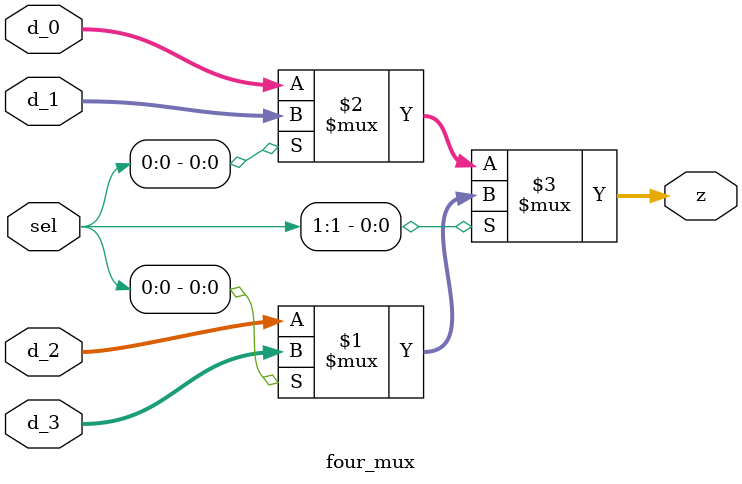
<source format=sv>
module four_mux
    (
        input logic [31:0] d_0, d_1, d_2, d_3,
        input logic [2:0] sel,
        output logic [31:0] z
    );

    assign z = sel[1] ? (sel[0] ? d_3 : d_2) : (sel[0] ? d_1 : d_0);

endmodule
</source>
